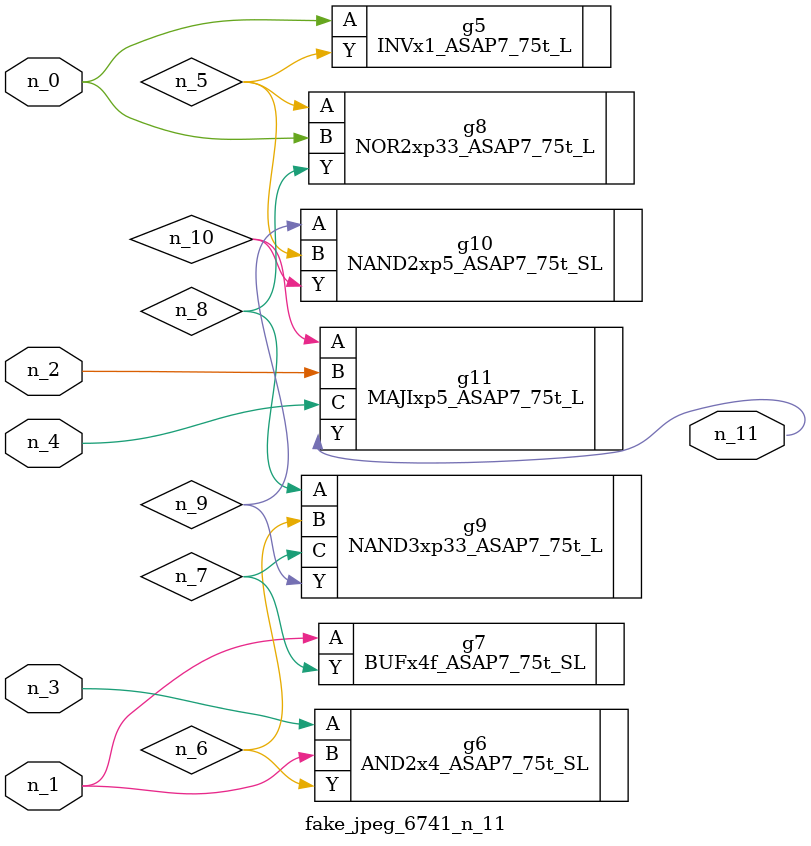
<source format=v>
module fake_jpeg_6741_n_11 (n_3, n_2, n_1, n_0, n_4, n_11);

input n_3;
input n_2;
input n_1;
input n_0;
input n_4;

output n_11;

wire n_10;
wire n_8;
wire n_9;
wire n_6;
wire n_5;
wire n_7;

INVx1_ASAP7_75t_L g5 ( 
.A(n_0),
.Y(n_5)
);

AND2x4_ASAP7_75t_SL g6 ( 
.A(n_3),
.B(n_1),
.Y(n_6)
);

BUFx4f_ASAP7_75t_SL g7 ( 
.A(n_1),
.Y(n_7)
);

NOR2xp33_ASAP7_75t_L g8 ( 
.A(n_5),
.B(n_0),
.Y(n_8)
);

NAND3xp33_ASAP7_75t_L g9 ( 
.A(n_8),
.B(n_6),
.C(n_7),
.Y(n_9)
);

NAND2xp5_ASAP7_75t_SL g10 ( 
.A(n_9),
.B(n_5),
.Y(n_10)
);

MAJIxp5_ASAP7_75t_L g11 ( 
.A(n_10),
.B(n_2),
.C(n_4),
.Y(n_11)
);


endmodule
</source>
